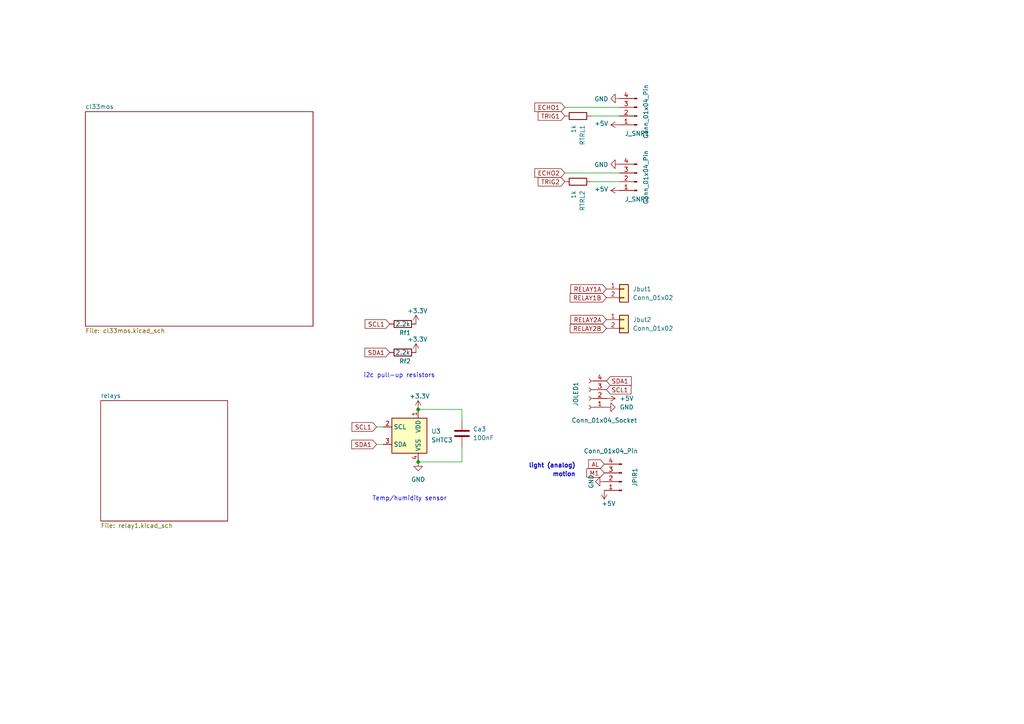
<source format=kicad_sch>
(kicad_sch (version 20230121) (generator eeschema)
  (paper "A4")
  (lib_symbols
    (symbol "+5V_1" (power) (pin_names (offset 0))
      (property "Value" "+5V_1" (at 0 3.556 0))
      (symbol "+5V_1_0_1"
        (polyline (pts (xy -0.762 1.27) (xy 0 2.54)))
        (polyline (pts (xy 0 0) (xy 0 2.54)))
        (polyline (pts (xy 0 2.54) (xy 0.762 1.27)))
      )
      (symbol "+5V_1_1_1"
        (pin power_in line (at 0 0 90) (length 0) hide (name "+5V") (number "1"))
      )
    )
    (symbol "Connector:Conn_01x04_Pin" (pin_names (offset 1.016) hide)
      (property "Reference" "J" (at 0 5.08 0))
      (property "Value" "Conn_01x04_Pin" (at 0 -7.62 0))
      (symbol "Conn_01x04_Pin_1_1"
        (polyline (pts (xy 1.27 -5.08) (xy 0.8636 -5.08)) (stroke (width 0.1524)))
        (polyline (pts (xy 1.27 -2.54) (xy 0.8636 -2.54)) (stroke (width 0.1524)))
        (polyline (pts (xy 1.27 0) (xy 0.8636 0)) (stroke (width 0.1524)))
        (polyline (pts (xy 1.27 2.54) (xy 0.8636 2.54)) (stroke (width 0.1524)))
        (rectangle (start 0.8636 -4.953) (end 0 -5.207) (stroke (width 0.1524)) (fill (type outline)))
        (rectangle (start 0.8636 -2.413) (end 0 -2.667) (stroke (width 0.1524)) (fill (type outline)))
        (rectangle (start 0.8636 0.127) (end 0 -0.127) (stroke (width 0.1524)) (fill (type outline)))
        (rectangle (start 0.8636 2.667) (end 0 2.413) (stroke (width 0.1524)) (fill (type outline)))
        (pin passive line (at 5.08 2.54 180) (length 3.81) (name "Pin_1") (number "1"))
        (pin passive line (at 5.08 0 180) (length 3.81) (name "Pin_2") (number "2"))
        (pin passive line (at 5.08 -2.54 180) (length 3.81) (name "Pin_3") (number "3"))
        (pin passive line (at 5.08 -5.08 180) (length 3.81) (name "Pin_4") (number "4"))
      )
    )
    (symbol "Connector:Conn_01x04_Socket" (pin_names (offset 1.016) hide)
      (property "Reference" "J" (at 0 5.08 0))
      (property "Value" "Conn_01x04_Socket" (at 0 -7.62 0))
      (symbol "Conn_01x04_Socket_1_1"
        (arc (start 0 -4.572) (mid -0.5058 -5.08) (end 0 -5.588) (stroke (width 0.1524)))
        (arc (start 0 -2.032) (mid -0.5058 -2.54) (end 0 -3.048) (stroke (width 0.1524)))
        (polyline (pts (xy -1.27 -5.08) (xy -0.508 -5.08)) (stroke (width 0.1524)))
        (polyline (pts (xy -1.27 -2.54) (xy -0.508 -2.54)) (stroke (width 0.1524)))
        (polyline (pts (xy -1.27 0) (xy -0.508 0)) (stroke (width 0.1524)))
        (polyline (pts (xy -1.27 2.54) (xy -0.508 2.54)) (stroke (width 0.1524)))
        (arc (start 0 0.508) (mid -0.5058 0) (end 0 -0.508) (stroke (width 0.1524)))
        (arc (start 0 3.048) (mid -0.5058 2.54) (end 0 2.032) (stroke (width 0.1524)))
        (pin passive line (at -5.08 2.54 0) (length 3.81) (name "Pin_1") (number "1"))
        (pin passive line (at -5.08 0 0) (length 3.81) (name "Pin_2") (number "2"))
        (pin passive line (at -5.08 -2.54 0) (length 3.81) (name "Pin_3") (number "3"))
        (pin passive line (at -5.08 -5.08 0) (length 3.81) (name "Pin_4") (number "4"))
      )
    )
    (symbol "Connector_Generic:Conn_01x02" (pin_names (offset 1.016) hide)
      (property "Reference" "J" (at 0 2.54 0))
      (property "Value" "Conn_01x02" (at 0 -5.08 0))
      (symbol "Conn_01x02_1_1"
        (rectangle (start -1.27 -2.413) (end 0 -2.667) (stroke (width 0.1524)))
        (rectangle (start -1.27 0.127) (end 0 -0.127) (stroke (width 0.1524)))
        (rectangle (start -1.27 1.27) (end 1.27 -3.81) (stroke (width 0.254)) (fill (type background)))
        (pin passive line (at -5.08 0 0) (length 3.81) (name "Pin_1") (number "1"))
        (pin passive line (at -5.08 -2.54 0) (length 3.81) (name "Pin_2") (number "2"))
      )
    )
    (symbol "Device:C" (pin_numbers hide) (pin_names (offset 0.254))
      (property "Reference" "C" (at 0.635 2.54 0))
      (property "Value" "C" (at 0.635 -2.54 0))
      (symbol "C_0_1"
        (polyline (pts (xy -2.032 -0.762) (xy 2.032 -0.762)) (stroke (width 0.508)))
        (polyline (pts (xy -2.032 0.762) (xy 2.032 0.762)) (stroke (width 0.508)))
      )
      (symbol "C_1_1"
        (pin passive line (at 0 3.81 270) (length 2.794) (name "~") (number "1"))
        (pin passive line (at 0 -3.81 90) (length 2.794) (name "~") (number "2"))
      )
    )
    (symbol "Device:R" (pin_numbers hide) (pin_names (offset 0))
      (property "Reference" "R" (at 2.032 0 90))
      (property "Value" "R" (at 0 0 90))
      (symbol "R_0_1"
        (rectangle (start -1.016 -2.54) (end 1.016 2.54) (stroke (width 0.254)))
      )
      (symbol "R_1_1"
        (pin passive line (at 0 3.81 270) (length 1.27) (name "~") (number "1"))
        (pin passive line (at 0 -3.81 90) (length 1.27) (name "~") (number "2"))
      )
    )
    (symbol "Sensor_Humidity:SHTC3"
      (property "Reference" "U" (at -3.81 6.35 0))
      (property "Value" "SHTC3" (at -2.54 -6.35 0))
      (symbol "SHTC3_1_1"
        (rectangle (start -5.08 5.08) (end 5.08 -5.08) (stroke (width 0.254)) (fill (type background)))
        (pin power_in line (at 2.54 7.62 270) (length 2.54) (name "VDD") (number "1"))
        (pin input line (at -7.62 2.54 0) (length 2.54) (name "SCL") (number "2"))
        (pin bidirectional line (at -7.62 -2.54 0) (length 2.54) (name "SDA") (number "3"))
        (pin power_in line (at 2.54 -7.62 90) (length 2.54) (name "VSS") (number "4"))
        (pin no_connect line (at 5.08 0 180) (length 2.54) hide (name "NC") (number "5"))
      )
    )
    (symbol "power:+3.3V" (power) (pin_names (offset 0))
      (property "Value" "+3.3V" (at 0 3.556 0))
      (symbol "+3.3V_0_1"
        (polyline (pts (xy -0.762 1.27) (xy 0 2.54)))
        (polyline (pts (xy 0 0) (xy 0 2.54)))
        (polyline (pts (xy 0 2.54) (xy 0.762 1.27)))
      )
      (symbol "+3.3V_1_1"
        (pin power_in line (at 0 0 90) (length 0) hide (name "+3.3V") (number "1"))
      )
    )
    (symbol "power:+5V" (power) (pin_names (offset 0))
      (property "Value" "+5V" (at 0 3.556 0))
      (symbol "+5V_0_1"
        (polyline (pts (xy -0.762 1.27) (xy 0 2.54)))
        (polyline (pts (xy 0 0) (xy 0 2.54)))
        (polyline (pts (xy 0 2.54) (xy 0.762 1.27)))
      )
      (symbol "+5V_1_1"
        (pin power_in line (at 0 0 90) (length 0) hide (name "+5V") (number "1"))
      )
    )
    (symbol "power:GND" (power) (pin_names (offset 0))
      (property "Value" "GND" (at 0 -3.81 0))
      (symbol "GND_0_1"
        (polyline (pts (xy 0 0) (xy 0 -1.27) (xy 1.27 -1.27) (xy 0 -2.54) (xy -1.27 -1.27) (xy 0 -1.27)))
      )
      (symbol "GND_1_1"
        (pin power_in line (at 0 0 270) (length 0) hide (name "GND") (number "1"))
      )
    )
  )
  (junction (at 121.285 118.745))
  (junction (at 121.285 133.985))
  (wire (pts (xy 133.985 133.985) (xy 121.285 133.985)))
  (wire (pts (xy 133.985 118.745) (xy 121.285 118.745)))
  (wire (pts (xy 109.22 123.825) (xy 111.125 123.825)))
  (wire (pts (xy 179.705 52.705) (xy 171.45 52.705)))
  (wire (pts (xy 133.985 129.54) (xy 133.985 133.985)))
  (wire (pts (xy 163.83 50.165) (xy 179.705 50.165)))
  (wire (pts (xy 133.985 121.92) (xy 133.985 118.745)))
  (wire (pts (xy 179.705 33.655) (xy 171.45 33.655)))
  (wire (pts (xy 163.83 31.115) (xy 179.705 31.115)))
  (wire (pts (xy 109.22 128.905) (xy 111.125 128.905)))
  (text "Temp/humidity sensor" (at 107.95 145.415 0) (effects (font (size 1.27 1.27)) (justify left bottom)))
  (text "light (analog)" (at 167.005 135.89 0) (effects (font (size 1.27 1.27) bold) (justify right bottom)))
  (text "motion" (at 167.005 138.43 0) (effects (font (size 1.27 1.27) bold) (justify right bottom)))
  (text "i2c pull-up resistors\n	" (at 105.41 111.76 0) (effects (font (size 1.27 1.27)) (justify left bottom)))
  (global_label "ECHO2" (shape input) (at 163.83 50.165 180) (property "Intersheetrefs" "${INTERSHEET_REFS}" (effects hide)))
  (global_label "AL" (shape input) (at 175.26 134.62 180) (property "Intersheetrefs" "${INTERSHEET_REFS}" (effects hide)))
  (global_label "SDA1" (shape input) (at 175.895 110.49 0) (property "Intersheetrefs" "${INTERSHEET_REFS}" (effects hide)))
  (global_label "SDA1" (shape input) (at 109.22 128.905 180) (property "Intersheetrefs" "${INTERSHEET_REFS}" (effects hide)))
  (global_label "TRIG1" (shape input) (at 163.83 33.655 180) (property "Intersheetrefs" "${INTERSHEET_REFS}" (effects hide)))
  (global_label "RELAY2A" (shape input) (at 175.895 92.71 180) (property "Intersheetrefs" "${INTERSHEET_REFS}" (effects hide)))
  (global_label "M1" (shape input) (at 175.26 137.16 180) (property "Intersheetrefs" "${INTERSHEET_REFS}" (effects hide)))
  (global_label "RELAY1B" (shape input) (at 175.895 86.36 180) (property "Intersheetrefs" "${INTERSHEET_REFS}" (effects hide)))
  (global_label "SDA1" (shape input) (at 113.03 102.235 180) (property "Intersheetrefs" "${INTERSHEET_REFS}" (effects hide)))
  (global_label "RELAY1A" (shape input) (at 175.895 83.82 180) (property "Intersheetrefs" "${INTERSHEET_REFS}" (effects hide)))
  (global_label "ECHO1" (shape input) (at 163.83 31.115 180) (property "Intersheetrefs" "${INTERSHEET_REFS}" (effects hide)))
  (global_label "SCL1" (shape input) (at 113.03 93.98 180) (property "Intersheetrefs" "${INTERSHEET_REFS}" (effects hide)))
  (global_label "SCL1" (shape input) (at 175.895 113.03 0) (property "Intersheetrefs" "${INTERSHEET_REFS}" (effects hide)))
  (global_label "TRIG2" (shape input) (at 163.83 52.705 180) (property "Intersheetrefs" "${INTERSHEET_REFS}" (effects hide)))
  (global_label "SCL1" (shape input) (at 109.22 123.825 180) (property "Intersheetrefs" "${INTERSHEET_REFS}" (effects hide)))
  (global_label "RELAY2B" (shape input) (at 175.895 95.25 180) (property "Intersheetrefs" "${INTERSHEET_REFS}" (effects hide)))
  (symbol (lib_id "Connector:Conn_01x04_Pin") (at 180.34 139.7 180) (unit 1)
    (property "Reference" "JPIR1" (at 184.15 138.43 90))
    (property "Value" "Conn_01x04_Pin" (at 177.165 130.81 0))
    (property "Footprint" "Connector_JST:JST_XH_B4B-XH-A_1x04_P2.50mm_Vertical" (effects hide))
  )
  (symbol (lib_id "Connector:Conn_01x04_Pin") (at 184.785 52.705 180) (unit 1)
    (property "Reference" "J_SNR2" (at 184.785 57.785 0))
    (property "Value" "Conn_01x04_Pin" (at 187.325 51.435 90))
    (property "Footprint" "Connector_JST:JST_XH_B4B-XH-A_1x04_P2.50mm_Vertical" (effects hide))
  )
  (symbol (lib_id "Device:R") (at 116.84 93.98 90) (unit 1)
    (property "Reference" "Rf1" (at 117.475 96.52 90))
    (property "Value" "2.2k" (at 116.84 93.98 90))
    (property "Footprint" "Resistor_SMD:R_0603_1608Metric" (effects hide))
  )
  (symbol (lib_id "power:GND") (at 175.26 139.7 270) (unit 1)
    (property "Reference" "#PWR033" (effects hide))
    (property "Value" "GND" (at 171.45 139.7 0))
  )
  (symbol (lib_id "power:+5V") (at 175.26 142.24 180) (unit 1)
    (property "Reference" "#PWR032" (effects hide))
    (property "Value" "+5V" (at 176.53 146.05 0))
  )
  (symbol (lib_id "power:+5V") (at 179.705 55.245 90) (unit 1)
    (property "Reference" "#PWR021" (effects hide))
    (property "Value" "+5V" (at 176.4538 54.864 90) (effects (justify left)))
  )
  (symbol (lib_id "Connector_Generic:Conn_01x02") (at 180.975 83.82 0) (unit 1)
    (property "Reference" "Jbut1" (at 183.515 83.82 0) (effects (justify left)))
    (property "Value" "Conn_01x02" (at 183.515 86.36 0) (effects (justify left)))
    (property "Footprint" "Connector_JST:JST_XH_B2B-XH-A_1x02_P2.50mm_Vertical" (effects hide))
  )
  (symbol (lib_id "Connector:Conn_01x04_Pin") (at 184.785 33.655 180) (unit 1)
    (property "Reference" "J_SNR1" (at 184.785 38.735 0))
    (property "Value" "Conn_01x04_Pin" (at 187.325 32.385 90))
    (property "Footprint" "Connector_JST:JST_XH_B4B-XH-A_1x04_P2.50mm_Vertical" (effects hide))
  )
  (symbol (lib_id "power:+3.3V") (at 120.65 102.235 0) (unit 1)
    (property "Reference" "#PWR029" (effects hide))
    (property "Value" "+3.3V" (at 118.11 98.425 0) (effects (justify left)))
  )
  (symbol (lib_id "Sensor_Humidity:SHTC3") (at 118.745 126.365 0) (unit 1)
    (property "Reference" "U3" (at 125.095 125.0949 0) (effects (justify left)))
    (property "Value" "SHTC3" (at 125.095 127.6349 0) (effects (justify left)))
    (property "Footprint" "Sensor_Humidity:Sensirion_DFN-4-1EP_2x2mm_P1mm_EP0.7x1.6mm" (effects hide))
    (property "Datasheet" "https://www.sensirion.com/fileadmin/user_upload/customers/sensirion/Dokumente/0_Datasheets/Humidity/Sensirion_Humidity_Sensors_SHTC3_Datasheet.pdf" (effects hide))
  )
  (symbol (lib_id "power:+3.3V") (at 120.65 93.98 0) (unit 1)
    (property "Reference" "#PWR028" (effects hide))
    (property "Value" "+3.3V" (at 118.11 90.17 0) (effects (justify left)))
  )
  (symbol (lib_id "power:+5V") (at 175.895 115.57 270) (unit 1)
    (property "Reference" "#PWR030" (effects hide))
    (property "Value" "+5V" (at 179.705 115.5701 90) (effects (justify left)))
  )
  (symbol (lib_id "Device:R") (at 167.64 52.705 90) (unit 1)
    (property "Reference" "RTRL2" (at 168.91 55.245 0) (effects (justify right)))
    (property "Value" "1k" (at 166.37 55.245 0) (effects (justify right)))
    (property "Footprint" "Resistor_SMD:R_0603_1608Metric" (effects hide))
  )
  (symbol (lib_id "Connector_Generic:Conn_01x02") (at 180.975 92.71 0) (unit 1)
    (property "Reference" "Jbut2" (at 183.515 92.71 0) (effects (justify left)))
    (property "Value" "Conn_01x02" (at 183.515 95.25 0) (effects (justify left)))
    (property "Footprint" "Connector_JST:JST_XH_B2B-XH-A_1x02_P2.50mm_Vertical" (effects hide))
  )
  (symbol (lib_id "power:GND") (at 121.285 133.985 0) (unit 1)
    (property "Reference" "#PWR017" (effects hide))
    (property "Value" "GND" (at 121.285 139.065 0))
  )
  (symbol (lib_id "Device:R") (at 116.84 102.235 90) (unit 1)
    (property "Reference" "Rf2" (at 117.475 104.775 90))
    (property "Value" "2.2k" (at 116.84 102.235 90))
    (property "Footprint" "Resistor_SMD:R_0603_1608Metric" (effects hide))
  )
  (symbol (lib_id "power:GND") (at 179.705 28.575 270) (unit 1)
    (property "Reference" "#PWR018" (effects hide))
    (property "Value" "GND" (at 176.4538 28.702 90) (effects (justify right)))
  )
  (symbol (lib_id "Device:R") (at 167.64 33.655 90) (unit 1)
    (property "Reference" "RTRL1" (at 168.91 36.195 0) (effects (justify right)))
    (property "Value" "1k" (at 166.37 36.195 0) (effects (justify right)))
    (property "Footprint" "Resistor_SMD:R_0603_1608Metric" (effects hide))
  )
  (symbol (lib_id "power:GND") (at 179.705 47.625 270) (unit 1)
    (property "Reference" "#PWR020" (effects hide))
    (property "Value" "GND" (at 176.4538 47.752 90) (effects (justify right)))
  )
  (symbol (lib_id "Connector:Conn_01x04_Socket") (at 170.815 115.57 180) (unit 1)
    (property "Reference" "JOLED1" (at 167.005 114.3 90))
    (property "Value" "Conn_01x04_Socket" (at 184.785 121.92 0) (effects (justify left)))
    (property "Footprint" "Connector_PinSocket_2.54mm:PinSocket_1x04_P2.54mm_Vertical" (effects hide))
  )
  (symbol (lib_id "power:GND") (at 175.895 118.11 90) (unit 1)
    (property "Reference" "#PWR031" (effects hide))
    (property "Value" "GND" (at 179.705 118.1101 90) (effects (justify right)))
  )
  (symbol (lib_id "power:+3.3V") (at 121.285 118.745 0) (unit 1)
    (property "Reference" "#PWR016" (effects hide))
    (property "Value" "+3.3V" (at 118.745 114.935 0) (effects (justify left)))
  )
  (symbol (lib_name "+5V_1") (lib_id "power:+5V") (at 179.705 36.195 90) (unit 1)
    (property "Reference" "#PWR019" (effects hide))
    (property "Value" "+5V" (at 176.4538 35.814 90) (effects (justify left)))
  )
  (symbol (lib_id "Device:C") (at 133.985 125.73 0) (unit 1)
    (property "Reference" "Ca3" (at 137.16 124.46 0) (effects (justify left)))
    (property "Value" "100nF" (at 137.16 127 0) (effects (justify left)))
    (property "Footprint" "Capacitor_SMD:C_0603_1608Metric" (effects hide))
  )
  (sheet (at 29.21 116.205) (size 36.83 34.925) (stroke (width 0.1524))
    (property "Sheetname" "relays" (at 29.21 115.4934 0) (effects (justify left bottom)))
    (property "Sheetfile" "relay1.kicad_sch" (at 29.21 151.7146 0) (effects (justify left top)))
  )
  (sheet (at 24.765 32.385) (size 66.04 62.23) (stroke (width 0.1524))
    (property "Sheetname" "cl33mos" (at 24.765 31.6734 0) (effects (justify left bottom)))
    (property "Sheetfile" "cl33mos.kicad_sch" (at 24.765 95.1996 0) (effects (justify left top)))
  )
)
</source>
